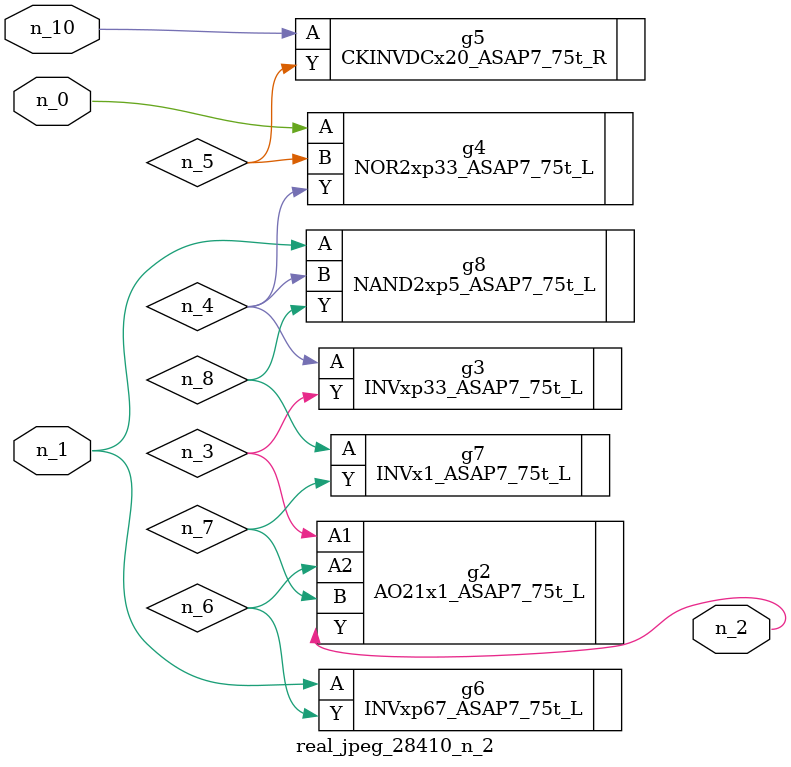
<source format=v>
module real_jpeg_28410_n_2 (n_1, n_10, n_0, n_2);

input n_1;
input n_10;
input n_0;

output n_2;

wire n_5;
wire n_4;
wire n_8;
wire n_6;
wire n_7;
wire n_3;

NOR2xp33_ASAP7_75t_L g4 ( 
.A(n_0),
.B(n_5),
.Y(n_4)
);

INVxp67_ASAP7_75t_L g6 ( 
.A(n_1),
.Y(n_6)
);

NAND2xp5_ASAP7_75t_L g8 ( 
.A(n_1),
.B(n_4),
.Y(n_8)
);

AO21x1_ASAP7_75t_L g2 ( 
.A1(n_3),
.A2(n_6),
.B(n_7),
.Y(n_2)
);

INVxp33_ASAP7_75t_L g3 ( 
.A(n_4),
.Y(n_3)
);

INVx1_ASAP7_75t_L g7 ( 
.A(n_8),
.Y(n_7)
);

CKINVDCx20_ASAP7_75t_R g5 ( 
.A(n_10),
.Y(n_5)
);


endmodule
</source>
